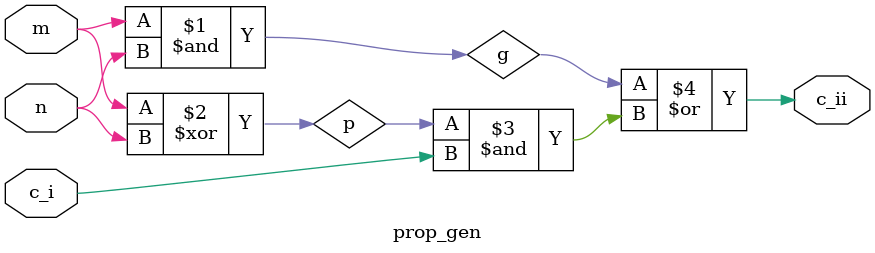
<source format=sv>
module carry_lookahead_adder
(
    input   logic[15:0]     A,
    input   logic[15:0]     B,
    output  logic[15:0]     Sum,
    output  logic           CO
);

    /* TODO
     *
     * Insert code here to implement a CLA adder.
     * Your code should be completly combinational (don't use always_ff or always_latch).
     * Feel free to create sub-modules or other files. */
   logic c1, c2, c3;
	logic c4, c5, c6, c7;
	logic c8, c9, c10, c11;
	logic c12, c13, c14, c15;
	
	logic[15:0] co;
	
	full_adder FA0(.x(A[0]), .y(B[0]), .z(0), .s(Sum[0]), .c(co[0]));
	
	prop_gen p1(.m(A[1]), .n(B[1]), .c_i(co[0]), .c_ii(c1));
	full_adder FA1(.x(A[1]), .y(B[1]), .z(c1), .s(Sum[1]), .c(co[1]));
	prop_gen p2(.m(A[2]), .n(B[2]), .c_i(co[1]), .c_ii(c2));
	full_adder FA2(.x(A[2]), .y(B[2]), .z(c2), .s(Sum[2]), .c(co[2]));
	prop_gen p3(.m(A[3]), .n(B[3]), .c_i(co[2]), .c_ii(c3));
	full_adder FA3(.x(A[3]), .y(B[3]), .z(c3), .s(Sum[3]), .c(co[3]));
	
	prop_gen p4(.m(A[4]), .n(B[4]), .c_i(co[3]), .c_ii(c4));
	full_adder FA4(.x(A[4]), .y(B[4]), .z(c4), .s(Sum[4]), .c(co[4]));
	prop_gen p5(.m(A[5]), .n(B[5]), .c_i(co[4]), .c_ii(c5));
	full_adder FA5(.x(A[5]), .y(B[5]), .z(c5), .s(Sum[5]), .c(co[5]));
	prop_gen p6(.m(A[6]), .n(B[6]), .c_i(co[5]), .c_ii(c6));
	full_adder FA6(.x(A[6]), .y(B[6]), .z(c6), .s(Sum[6]), .c(co[6]));
	prop_gen p7(.m(A[7]), .n(B[7]), .c_i(co[6]), .c_ii(c7));
	full_adder FA7(.x(A[7]), .y(B[7]), .z(c7), .s(Sum[7]), .c(co[7])); 
	
	prop_gen p8(.m(A[8]), .n(B[8]), .c_i(co[7]), .c_ii(c8));
	full_adder FA8(.x(A[8]), .y(B[8]), .z(c8), .s(Sum[8]), .c(co[8]));
	prop_gen p9(.m(A[9]), .n(B[9]), .c_i(co[8]), .c_ii(c9));
	full_adder FA9(.x(A[9]), .y(B[9]), .z(c9), .s(Sum[9]), .c(co[9]));
	prop_gen p10(.m(A[10]), .n(B[10]), .c_i(co[9]), .c_ii(c10));
	full_adder FA10(.x(A[10]), .y(B[10]), .z(c10), .s(Sum[10]), .c(co[10]));
	prop_gen p11(.m(A[11]), .n(B[11]), .c_i(co[10]), .c_ii(c11));
	full_adder FA11(.x(A[11]), .y(B[11]), .z(c11), .s(Sum[11]), .c(co[11]));

	prop_gen p12(.m(A[12]), .n(B[12]), .c_i(co[11]), .c_ii(c12));
	full_adder FA12(.x(A[12]), .y(B[12]), .z(c12), .s(Sum[12]), .c(co[12]));
	prop_gen p13(.m(A[13]), .n(B[13]), .c_i(co[12]), .c_ii(c13));
	full_adder FA13(.x(A[13]), .y(B[13]), .z(c13), .s(Sum[13]), .c(co[13]));
	prop_gen p14(.m(A[14]), .n(B[14]), .c_i(co[13]), .c_ii(c14));
	full_adder FA14(.x(A[14]), .y(B[14]), .z(c14), .s(Sum[14]), .c(co[14]));
	prop_gen p15(.m(A[15]), .n(B[15]), .c_i(co[14]), .c_ii(c15));
	full_adder FA15(.x(A[15]), .y(B[15]), .z(c15), .s(Sum[15]), .c(CO));
	
endmodule

module prop_gen (input m, n, c_i, output logic c_ii);

	logic p, g;
	
	assign g = m & n;
	assign p = m ^ n;
	assign c_ii = g | (p & c_i);
	
endmodule

</source>
